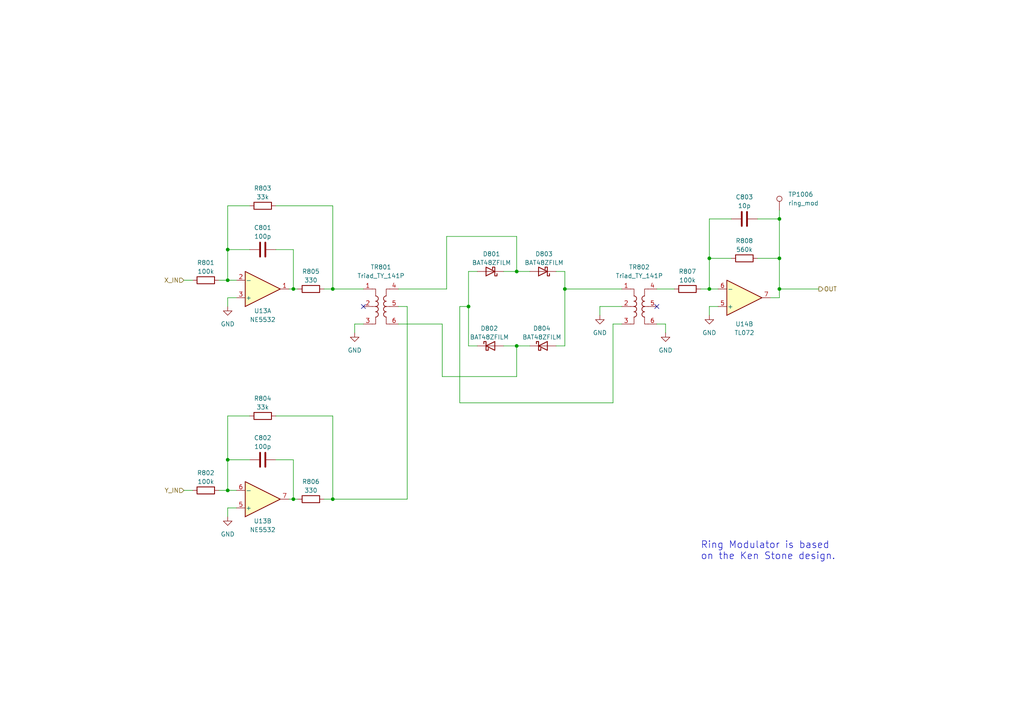
<source format=kicad_sch>
(kicad_sch (version 20230121) (generator eeschema)
  (paper "A4")
  (title_block (title "MICRO-OX Main VCO board") (date "2023-04-12") (rev "0") (comment 2 "creativecommons.org/licenses/by/4.0") (comment 3 "license: CC by 4.0") (comment 4 "Author: Jordan Aceto"))
  (lib_symbols
    (symbol "Amplifier_Operational:NE5532" (pin_names (offset 0.127))
      (property "Reference" "U" (at 0 5.08 0))
      (property "Value" "NE5532" (at 0 -5.08 0))
      (symbol "NE5532_1_1"
        (polyline (pts (xy -5.08 5.08) (xy 5.08 0) (xy -5.08 -5.08) (xy -5.08 5.08)) (stroke (width 0.254)) (fill (type background)))
        (pin output line (at 7.62 0 180) (length 2.54) (name "~") (number "1"))
        (pin input line (at -7.62 -2.54 0) (length 2.54) (name "-") (number "2"))
        (pin input line (at -7.62 2.54 0) (length 2.54) (name "+") (number "3"))
      )
      (symbol "NE5532_2_1"
        (polyline (pts (xy -5.08 5.08) (xy 5.08 0) (xy -5.08 -5.08) (xy -5.08 5.08)) (stroke (width 0.254)) (fill (type background)))
        (pin input line (at -7.62 2.54 0) (length 2.54) (name "+") (number "5"))
        (pin input line (at -7.62 -2.54 0) (length 2.54) (name "-") (number "6"))
        (pin output line (at 7.62 0 180) (length 2.54) (name "~") (number "7"))
      )
      (symbol "NE5532_3_1"
        (pin power_in line (at -2.54 -7.62 90) (length 3.81) (name "V-") (number "4"))
        (pin power_in line (at -2.54 7.62 270) (length 3.81) (name "V+") (number "8"))
      )
    )
    (symbol "Amplifier_Operational:TL072" (pin_names (offset 0.127))
      (property "Reference" "U" (at 0 5.08 0))
      (property "Value" "TL072" (at 0 -5.08 0))
      (symbol "TL072_1_1"
        (polyline (pts (xy -5.08 5.08) (xy 5.08 0) (xy -5.08 -5.08) (xy -5.08 5.08)) (stroke (width 0.254)) (fill (type background)))
        (pin output line (at 7.62 0 180) (length 2.54) (name "~") (number "1"))
        (pin input line (at -7.62 -2.54 0) (length 2.54) (name "-") (number "2"))
        (pin input line (at -7.62 2.54 0) (length 2.54) (name "+") (number "3"))
      )
      (symbol "TL072_2_1"
        (polyline (pts (xy -5.08 5.08) (xy 5.08 0) (xy -5.08 -5.08) (xy -5.08 5.08)) (stroke (width 0.254)) (fill (type background)))
        (pin input line (at -7.62 2.54 0) (length 2.54) (name "+") (number "5"))
        (pin input line (at -7.62 -2.54 0) (length 2.54) (name "-") (number "6"))
        (pin output line (at 7.62 0 180) (length 2.54) (name "~") (number "7"))
      )
      (symbol "TL072_3_1"
        (pin power_in line (at -2.54 -7.62 90) (length 3.81) (name "V-") (number "4"))
        (pin power_in line (at -2.54 7.62 270) (length 3.81) (name "V+") (number "8"))
      )
    )
    (symbol "Connector:TestPoint" (pin_numbers hide) (pin_names (offset 0.762) hide)
      (property "Reference" "TP" (at 0 6.858 0))
      (property "Value" "TestPoint" (at 0 5.08 0))
      (symbol "TestPoint_0_1"
        (circle (center 0 3.302) (radius 0.762))
      )
      (symbol "TestPoint_1_1"
        (pin passive line (at 0 0 90) (length 2.54) (name "1") (number "1"))
      )
    )
    (symbol "Device:C" (pin_numbers hide) (pin_names (offset 0.254))
      (property "Reference" "C" (at 0.635 2.54 0))
      (property "Value" "C" (at 0.635 -2.54 0))
      (symbol "C_0_1"
        (polyline (pts (xy -2.032 -0.762) (xy 2.032 -0.762)) (stroke (width 0.508)))
        (polyline (pts (xy -2.032 0.762) (xy 2.032 0.762)) (stroke (width 0.508)))
      )
      (symbol "C_1_1"
        (pin passive line (at 0 3.81 270) (length 2.794) (name "~") (number "1"))
        (pin passive line (at 0 -3.81 90) (length 2.794) (name "~") (number "2"))
      )
    )
    (symbol "Device:R" (pin_numbers hide) (pin_names (offset 0))
      (property "Reference" "R" (at 2.032 0 90))
      (property "Value" "R" (at 0 0 90))
      (symbol "R_0_1"
        (rectangle (start -1.016 -2.54) (end 1.016 2.54) (stroke (width 0.254)))
      )
      (symbol "R_1_1"
        (pin passive line (at 0 3.81 270) (length 1.27) (name "~") (number "1"))
        (pin passive line (at 0 -3.81 90) (length 1.27) (name "~") (number "2"))
      )
    )
    (symbol "Diode:BAT48ZFILM" (pin_numbers hide) (pin_names (offset 1.016) hide)
      (property "Reference" "D" (at 0 2.54 0))
      (property "Value" "BAT48ZFILM" (at 0 -2.54 0))
      (symbol "BAT48ZFILM_0_1"
        (polyline (pts (xy 1.27 0) (xy -1.27 0)))
        (polyline (pts (xy 1.27 1.27) (xy 1.27 -1.27) (xy -1.27 0) (xy 1.27 1.27)) (stroke (width 0.254)))
        (polyline (pts (xy -1.905 0.635) (xy -1.905 1.27) (xy -1.27 1.27) (xy -1.27 -1.27) (xy -0.635 -1.27) (xy -0.635 -0.635)) (stroke (width 0.254)))
      )
      (symbol "BAT48ZFILM_1_1"
        (pin passive line (at -3.81 0 0) (length 2.54) (name "K") (number "1"))
        (pin passive line (at 3.81 0 180) (length 2.54) (name "A") (number "2"))
      )
    )
    (symbol "custom_symbols:Triad_TY_141P" (pin_names hide)
      (property "Reference" "TR?" (at 0 10.16 0))
      (property "Value" "Triad_TY_141P" (at 0 7.62 0))
      (symbol "Triad_TY_141P_0_1"
        (arc (start -1.524 -3.048) (mid -0.7653 -2.286) (end -1.524 -1.524) (stroke (width 0.2032)))
        (arc (start -1.524 -1.524) (mid -0.7653 -0.762) (end -1.524 0) (stroke (width 0.2032)))
        (arc (start -1.524 0) (mid -0.7653 0.762) (end -1.524 1.524) (stroke (width 0.2032)))
        (arc (start -1.524 1.524) (mid -0.7653 2.286) (end -1.524 3.048) (stroke (width 0.2032)))
        (polyline (pts (xy -2.54 0) (xy -1.27 0)))
        (polyline (pts (xy 2.54 0) (xy 1.27 0)) (stroke (width 0.1524)))
        (polyline (pts (xy -2.54 5.08) (xy -1.524 5.08) (xy -1.524 3.048)) (stroke (width 0.1524)))
        (polyline (pts (xy -1.524 -3.048) (xy -1.524 -5.08) (xy -2.54 -5.08)) (stroke (width 0.1524)))
        (polyline (pts (xy 1.524 3.048) (xy 1.524 5.08) (xy 2.54 5.08)) (stroke (width 0.1524)))
        (polyline (pts (xy 2.54 -5.08) (xy 1.524 -5.08) (xy 1.524 -3.048)) (stroke (width 0.1524)))
        (arc (start 1.524 -1.524) (mid 0.7653 -2.286) (end 1.524 -3.048) (stroke (width 0.2032)))
        (arc (start 1.524 0) (mid 0.7653 -0.762) (end 1.524 -1.524) (stroke (width 0.2032)))
        (arc (start 1.524 1.524) (mid 0.7653 0.762) (end 1.524 0) (stroke (width 0.2032)))
        (arc (start 1.524 3.048) (mid 0.7653 2.286) (end 1.524 1.524) (stroke (width 0.2032)))
      )
      (symbol "Triad_TY_141P_1_1"
        (pin passive line (at -5.08 5.08 0) (length 2.54) (name "~") (number "1"))
        (pin passive line (at -5.08 0 0) (length 2.54) (name "~") (number "2"))
        (pin passive line (at -5.08 -5.08 0) (length 2.54) (name "~") (number "3"))
        (pin passive line (at 5.08 5.08 180) (length 2.54) (name "~") (number "4"))
        (pin passive line (at 5.08 0 180) (length 2.54) (name "~") (number "5"))
        (pin passive line (at 5.08 -5.08 180) (length 2.54) (name "~") (number "6"))
      )
    )
    (symbol "power:GND" (power) (pin_names (offset 0))
      (property "Value" "GND" (at 0 -3.81 0))
      (symbol "GND_0_1"
        (polyline (pts (xy 0 0) (xy 0 -1.27) (xy 1.27 -1.27) (xy 0 -2.54) (xy -1.27 -1.27) (xy 0 -1.27)))
      )
      (symbol "GND_1_1"
        (pin power_in line (at 0 0 270) (length 0) hide (name "GND") (number "1"))
      )
    )
  )
  (junction (at 66.04 72.39))
  (junction (at 149.86 78.74))
  (junction (at 96.52 144.78))
  (junction (at 205.74 83.82))
  (junction (at 226.06 63.5))
  (junction (at 85.09 144.78))
  (junction (at 66.04 142.24))
  (junction (at 66.04 133.35))
  (junction (at 226.06 83.82))
  (junction (at 85.09 83.82))
  (junction (at 135.89 88.9))
  (junction (at 149.86 100.33))
  (junction (at 163.83 83.82))
  (junction (at 66.04 81.28))
  (junction (at 96.52 83.82))
  (junction (at 205.74 74.93))
  (junction (at 226.06 74.93))
  (no_connect (at 105.41 88.9))
  (no_connect (at 190.5 88.9))
  (wire (pts (xy 63.5 142.24) (xy 66.04 142.24)))
  (wire (pts (xy 226.06 74.93) (xy 226.06 63.5)))
  (wire (pts (xy 66.04 86.36) (xy 68.58 86.36)))
  (wire (pts (xy 163.83 100.33) (xy 161.29 100.33)))
  (wire (pts (xy 128.27 93.98) (xy 115.57 93.98)))
  (wire (pts (xy 163.83 83.82) (xy 163.83 100.33)))
  (wire (pts (xy 149.86 78.74) (xy 149.86 68.58)))
  (wire (pts (xy 226.06 83.82) (xy 237.49 83.82)))
  (wire (pts (xy 85.09 144.78) (xy 86.36 144.78)))
  (wire (pts (xy 149.86 68.58) (xy 129.54 68.58)))
  (wire (pts (xy 149.86 109.22) (xy 128.27 109.22)))
  (wire (pts (xy 135.89 88.9) (xy 135.89 100.33)))
  (wire (pts (xy 135.89 78.74) (xy 135.89 88.9)))
  (wire (pts (xy 190.5 83.82) (xy 195.58 83.82)))
  (wire (pts (xy 129.54 68.58) (xy 129.54 83.82)))
  (wire (pts (xy 205.74 88.9) (xy 208.28 88.9)))
  (wire (pts (xy 149.86 78.74) (xy 153.67 78.74)))
  (wire (pts (xy 83.82 144.78) (xy 85.09 144.78)))
  (wire (pts (xy 115.57 88.9) (xy 118.11 88.9)))
  (wire (pts (xy 177.8 116.84) (xy 177.8 93.98)))
  (wire (pts (xy 68.58 81.28) (xy 66.04 81.28)))
  (wire (pts (xy 66.04 72.39) (xy 72.39 72.39)))
  (wire (pts (xy 66.04 120.65) (xy 72.39 120.65)))
  (wire (pts (xy 146.05 78.74) (xy 149.86 78.74)))
  (wire (pts (xy 66.04 72.39) (xy 66.04 59.69)))
  (wire (pts (xy 163.83 83.82) (xy 180.34 83.82)))
  (wire (pts (xy 173.99 88.9) (xy 180.34 88.9)))
  (wire (pts (xy 205.74 74.93) (xy 205.74 63.5)))
  (wire (pts (xy 205.74 91.44) (xy 205.74 88.9)))
  (wire (pts (xy 80.01 120.65) (xy 96.52 120.65)))
  (wire (pts (xy 226.06 83.82) (xy 226.06 74.93)))
  (wire (pts (xy 135.89 100.33) (xy 138.43 100.33)))
  (wire (pts (xy 149.86 100.33) (xy 153.67 100.33)))
  (wire (pts (xy 68.58 142.24) (xy 66.04 142.24)))
  (wire (pts (xy 66.04 133.35) (xy 72.39 133.35)))
  (wire (pts (xy 208.28 83.82) (xy 205.74 83.82)))
  (wire (pts (xy 85.09 133.35) (xy 80.01 133.35)))
  (wire (pts (xy 80.01 59.69) (xy 96.52 59.69)))
  (wire (pts (xy 53.34 142.24) (xy 55.88 142.24)))
  (wire (pts (xy 149.86 100.33) (xy 149.86 109.22)))
  (wire (pts (xy 83.82 83.82) (xy 85.09 83.82)))
  (wire (pts (xy 133.35 88.9) (xy 133.35 116.84)))
  (wire (pts (xy 205.74 74.93) (xy 212.09 74.93)))
  (wire (pts (xy 85.09 144.78) (xy 85.09 133.35)))
  (wire (pts (xy 66.04 81.28) (xy 66.04 72.39)))
  (wire (pts (xy 223.52 86.36) (xy 226.06 86.36)))
  (wire (pts (xy 146.05 100.33) (xy 149.86 100.33)))
  (wire (pts (xy 118.11 88.9) (xy 118.11 144.78)))
  (wire (pts (xy 128.27 109.22) (xy 128.27 93.98)))
  (wire (pts (xy 193.04 96.52) (xy 193.04 93.98)))
  (wire (pts (xy 205.74 83.82) (xy 205.74 74.93)))
  (wire (pts (xy 138.43 78.74) (xy 135.89 78.74)))
  (wire (pts (xy 193.04 93.98) (xy 190.5 93.98)))
  (wire (pts (xy 85.09 83.82) (xy 86.36 83.82)))
  (wire (pts (xy 205.74 63.5) (xy 212.09 63.5)))
  (wire (pts (xy 163.83 78.74) (xy 163.83 83.82)))
  (wire (pts (xy 102.87 96.52) (xy 102.87 93.98)))
  (wire (pts (xy 66.04 133.35) (xy 66.04 120.65)))
  (wire (pts (xy 226.06 60.96) (xy 226.06 63.5)))
  (wire (pts (xy 63.5 81.28) (xy 66.04 81.28)))
  (wire (pts (xy 173.99 91.44) (xy 173.99 88.9)))
  (wire (pts (xy 102.87 93.98) (xy 105.41 93.98)))
  (wire (pts (xy 96.52 144.78) (xy 118.11 144.78)))
  (wire (pts (xy 66.04 149.86) (xy 66.04 147.32)))
  (wire (pts (xy 226.06 63.5) (xy 219.71 63.5)))
  (wire (pts (xy 85.09 83.82) (xy 85.09 72.39)))
  (wire (pts (xy 226.06 86.36) (xy 226.06 83.82)))
  (wire (pts (xy 219.71 74.93) (xy 226.06 74.93)))
  (wire (pts (xy 53.34 81.28) (xy 55.88 81.28)))
  (wire (pts (xy 96.52 59.69) (xy 96.52 83.82)))
  (wire (pts (xy 129.54 83.82) (xy 115.57 83.82)))
  (wire (pts (xy 96.52 144.78) (xy 96.52 120.65)))
  (wire (pts (xy 66.04 147.32) (xy 68.58 147.32)))
  (wire (pts (xy 133.35 116.84) (xy 177.8 116.84)))
  (wire (pts (xy 66.04 59.69) (xy 72.39 59.69)))
  (wire (pts (xy 66.04 88.9) (xy 66.04 86.36)))
  (wire (pts (xy 96.52 83.82) (xy 105.41 83.82)))
  (wire (pts (xy 161.29 78.74) (xy 163.83 78.74)))
  (wire (pts (xy 66.04 142.24) (xy 66.04 133.35)))
  (wire (pts (xy 93.98 83.82) (xy 96.52 83.82)))
  (wire (pts (xy 93.98 144.78) (xy 96.52 144.78)))
  (wire (pts (xy 203.2 83.82) (xy 205.74 83.82)))
  (wire (pts (xy 85.09 72.39) (xy 80.01 72.39)))
  (wire (pts (xy 177.8 93.98) (xy 180.34 93.98)))
  (wire (pts (xy 133.35 88.9) (xy 135.89 88.9)))
  (text "Ring Modulator is based\non the Ken Stone design." (at 203.2 162.56 0) (effects (font (size 2 2)) (justify left bottom)))
  (hierarchical_label "Y_IN" (shape input) (at 53.34 142.24 180))
  (hierarchical_label "OUT" (shape output) (at 237.49 83.82 0))
  (hierarchical_label "X_IN" (shape input) (at 53.34 81.28 180))
  (symbol (lib_id "power:GND") (at 173.99 91.44 0) (unit 1)
    (property "Reference" "#PWR0804" (effects hide))
    (property "Value" "GND" (at 173.99 96.52 0))
  )
  (symbol (lib_id "Diode:BAT48ZFILM") (at 142.24 78.74 180) (unit 1)
    (property "Reference" "D801" (at 142.5575 73.66 0))
    (property "Value" "BAT48ZFILM" (at 142.5575 76.2 0))
    (property "Footprint" "Diode_SMD:D_SOD-123" (effects hide))
    (property "Datasheet" "www.st.com/resource/en/datasheet/bat48.pdf" (effects hide))
  )
  (symbol (lib_id "power:GND") (at 66.04 149.86 0) (unit 1)
    (property "Reference" "#PWR0802" (effects hide))
    (property "Value" "GND" (at 66.04 154.94 0))
  )
  (symbol (lib_id "Device:R") (at 90.17 83.82 90) (unit 1)
    (property "Reference" "R805" (at 90.17 78.74 90))
    (property "Value" "330" (at 90.17 81.28 90))
    (property "Footprint" "Resistor_SMD:R_0603_1608Metric" (effects hide))
  )
  (symbol (lib_id "power:GND") (at 193.04 96.52 0) (mirror y) (unit 1)
    (property "Reference" "#PWR0805" (effects hide))
    (property "Value" "GND" (at 193.04 101.6 0))
  )
  (symbol (lib_id "Device:R") (at 90.17 144.78 90) (unit 1)
    (property "Reference" "R806" (at 90.17 139.7 90))
    (property "Value" "330" (at 90.17 142.24 90))
    (property "Footprint" "Resistor_SMD:R_0603_1608Metric" (effects hide))
  )
  (symbol (lib_id "Connector:TestPoint") (at 226.06 60.96 0) (unit 1) (in_bom no)
    (property "Reference" "TP1006" (at 228.6 56.388 0) (effects (justify left)))
    (property "Value" "ring_mod" (at 228.6 58.928 0) (effects (justify left)))
    (property "Footprint" "TestPoint:TestPoint_Keystone_5000-5004_Miniature" (effects hide))
    (instances (project "main_VCO_board" (path "" (reference "TP1006") (unit 1)) (path "" (reference "TP?") (unit 1)) (path "" (reference "TP801") (unit 1))))
  )
  (symbol (lib_id "Device:C") (at 76.2 133.35 90) (unit 1)
    (property "Reference" "C802" (at 76.2 127 90))
    (property "Value" "100p" (at 76.2 129.54 90))
    (property "Footprint" "Capacitor_SMD:C_0603_1608Metric" (effects hide))
  )
  (symbol (lib_id "Device:C") (at 76.2 72.39 90) (unit 1)
    (property "Reference" "C801" (at 76.2 66.04 90))
    (property "Value" "100p" (at 76.2 68.58 90))
    (property "Footprint" "Capacitor_SMD:C_0603_1608Metric" (effects hide))
  )
  (symbol (lib_id "Device:R") (at 76.2 120.65 90) (unit 1)
    (property "Reference" "R804" (at 76.2 115.57 90))
    (property "Value" "33k" (at 76.2 118.11 90))
    (property "Footprint" "Resistor_SMD:R_0603_1608Metric" (effects hide))
  )
  (symbol (lib_id "Amplifier_Operational:NE5532") (at 76.2 83.82 0) (mirror x) (unit 1)
    (property "Reference" "U13" (at 76.2 90.17 0))
    (property "Value" "NE5532" (at 76.2 92.71 0))
    (property "Footprint" "Package_SO:SOIC-8_3.9x4.9mm_P1.27mm" (effects hide))
    (property "Datasheet" "http://www.ti.com/lit/ds/symlink/ne5532.pdf" (effects hide))
  )
  (symbol (lib_id "Amplifier_Operational:TL072") (at 215.9 86.36 0) (mirror x) (unit 2)
    (property "Reference" "U14" (at 215.9 93.98 0))
    (property "Value" "TL072" (at 215.9 96.52 0))
    (property "Footprint" "Package_SO:SOIC-8_3.9x4.9mm_P1.27mm" (effects hide))
    (property "Datasheet" "http://www.ti.com/lit/ds/symlink/tl071.pdf" (effects hide))
  )
  (symbol (lib_id "Diode:BAT48ZFILM") (at 157.48 100.33 0) (unit 1)
    (property "Reference" "D804" (at 157.1625 95.25 0))
    (property "Value" "BAT48ZFILM" (at 157.1625 97.79 0))
    (property "Footprint" "Diode_SMD:D_SOD-123" (effects hide))
    (property "Datasheet" "www.st.com/resource/en/datasheet/bat48.pdf" (effects hide))
  )
  (symbol (lib_id "power:GND") (at 102.87 96.52 0) (unit 1)
    (property "Reference" "#PWR0803" (effects hide))
    (property "Value" "GND" (at 102.87 101.6 0))
  )
  (symbol (lib_id "power:GND") (at 205.74 91.44 0) (unit 1)
    (property "Reference" "#PWR0806" (effects hide))
    (property "Value" "GND" (at 205.74 96.52 0))
  )
  (symbol (lib_id "Diode:BAT48ZFILM") (at 142.24 100.33 0) (unit 1)
    (property "Reference" "D802" (at 141.9225 95.25 0))
    (property "Value" "BAT48ZFILM" (at 141.9225 97.79 0))
    (property "Footprint" "Diode_SMD:D_SOD-123" (effects hide))
    (property "Datasheet" "www.st.com/resource/en/datasheet/bat48.pdf" (effects hide))
  )
  (symbol (lib_id "Device:R") (at 59.69 81.28 90) (unit 1)
    (property "Reference" "R801" (at 59.69 76.2 90))
    (property "Value" "100k" (at 59.69 78.74 90))
    (property "Footprint" "Resistor_SMD:R_0603_1608Metric" (effects hide))
  )
  (symbol (lib_id "custom_symbols:Triad_TY_141P") (at 110.49 88.9 0) (unit 1)
    (property "Reference" "TR801" (at 110.49 77.47 0))
    (property "Value" "Triad_TY_141P" (at 110.49 80.01 0))
    (property "Footprint" "custom_footprints:Triad_TY-141P" (effects hide))
    (property "Datasheet" "https://catalog.triadmagnetics.com/Asset/TY-141P.pdf" (effects hide))
  )
  (symbol (lib_id "Device:R") (at 76.2 59.69 90) (unit 1)
    (property "Reference" "R803" (at 76.2 54.61 90))
    (property "Value" "33k" (at 76.2 57.15 90))
    (property "Footprint" "Resistor_SMD:R_0603_1608Metric" (effects hide))
  )
  (symbol (lib_id "Diode:BAT48ZFILM") (at 157.48 78.74 180) (unit 1)
    (property "Reference" "D803" (at 157.7975 73.66 0))
    (property "Value" "BAT48ZFILM" (at 157.7975 76.2 0))
    (property "Footprint" "Diode_SMD:D_SOD-123" (effects hide))
    (property "Datasheet" "www.st.com/resource/en/datasheet/bat48.pdf" (effects hide))
  )
  (symbol (lib_id "Device:C") (at 215.9 63.5 90) (unit 1)
    (property "Reference" "C803" (at 215.9 57.15 90))
    (property "Value" "10p" (at 215.9 59.69 90))
    (property "Footprint" "Capacitor_SMD:C_0603_1608Metric" (effects hide))
  )
  (symbol (lib_id "Device:R") (at 199.39 83.82 90) (unit 1)
    (property "Reference" "R807" (at 199.39 78.74 90))
    (property "Value" "100k" (at 199.39 81.28 90))
    (property "Footprint" "Resistor_SMD:R_0603_1608Metric" (effects hide))
  )
  (symbol (lib_id "power:GND") (at 66.04 88.9 0) (unit 1)
    (property "Reference" "#PWR0801" (effects hide))
    (property "Value" "GND" (at 66.04 93.98 0))
  )
  (symbol (lib_id "Device:R") (at 59.69 142.24 90) (unit 1)
    (property "Reference" "R802" (at 59.69 137.16 90))
    (property "Value" "100k" (at 59.69 139.7 90))
    (property "Footprint" "Resistor_SMD:R_0603_1608Metric" (effects hide))
  )
  (symbol (lib_id "Amplifier_Operational:NE5532") (at 76.2 144.78 0) (mirror x) (unit 2)
    (property "Reference" "U13" (at 76.2 151.13 0))
    (property "Value" "NE5532" (at 76.2 153.67 0))
    (property "Footprint" "Package_SO:SOIC-8_3.9x4.9mm_P1.27mm" (effects hide))
    (property "Datasheet" "http://www.ti.com/lit/ds/symlink/ne5532.pdf" (effects hide))
  )
  (symbol (lib_id "custom_symbols:Triad_TY_141P") (at 185.42 88.9 0) (unit 1)
    (property "Reference" "TR802" (at 185.42 77.47 0))
    (property "Value" "Triad_TY_141P" (at 185.42 80.01 0))
    (property "Footprint" "custom_footprints:Triad_TY-141P" (effects hide))
    (property "Datasheet" "https://catalog.triadmagnetics.com/Asset/TY-141P.pdf" (effects hide))
  )
  (symbol (lib_id "Device:R") (at 215.9 74.93 90) (unit 1)
    (property "Reference" "R808" (at 215.9 69.85 90))
    (property "Value" "560k" (at 215.9 72.39 90))
    (property "Footprint" "Resistor_SMD:R_0603_1608Metric" (effects hide))
  )
)
</source>
